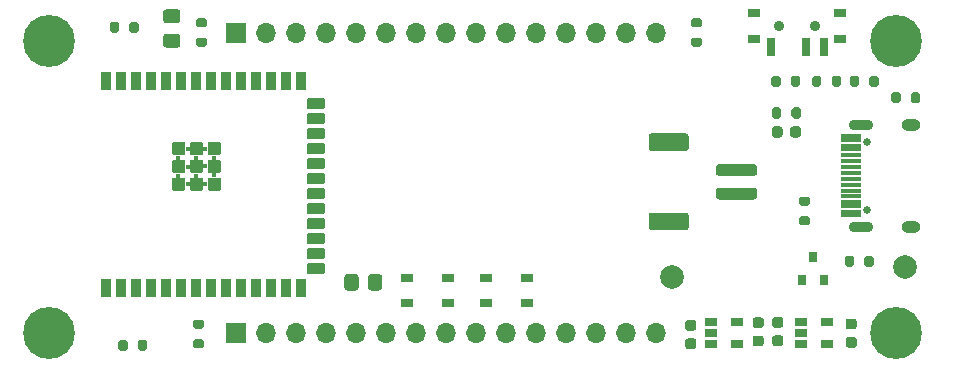
<source format=gbr>
%TF.GenerationSoftware,KiCad,Pcbnew,(5.1.12)-1*%
%TF.CreationDate,2022-11-12T21:15:41+01:00*%
%TF.ProjectId,NewmorphS3,4e65776d-6f72-4706-9853-332e6b696361,rev?*%
%TF.SameCoordinates,Original*%
%TF.FileFunction,Soldermask,Bot*%
%TF.FilePolarity,Negative*%
%FSLAX46Y46*%
G04 Gerber Fmt 4.6, Leading zero omitted, Abs format (unit mm)*
G04 Created by KiCad (PCBNEW (5.1.12)-1) date 2022-11-12 21:15:41*
%MOMM*%
%LPD*%
G01*
G04 APERTURE LIST*
%ADD10R,0.800000X0.900000*%
%ADD11O,1.600000X1.000000*%
%ADD12O,2.100000X0.900000*%
%ADD13C,0.650000*%
%ADD14R,1.750000X0.300000*%
%ADD15R,1.050000X0.650000*%
%ADD16C,0.900000*%
%ADD17R,0.700000X1.500000*%
%ADD18R,1.000000X0.800000*%
%ADD19R,1.060000X0.650000*%
%ADD20C,0.400000*%
%ADD21C,2.000000*%
%ADD22R,1.700000X1.700000*%
%ADD23O,1.700000X1.700000*%
%ADD24C,0.700000*%
%ADD25C,4.400000*%
G04 APERTURE END LIST*
%TO.C,C101*%
G36*
G01*
X117860000Y-90215000D02*
X118360000Y-90215000D01*
G75*
G02*
X118585000Y-90440000I0J-225000D01*
G01*
X118585000Y-90890000D01*
G75*
G02*
X118360000Y-91115000I-225000J0D01*
G01*
X117860000Y-91115000D01*
G75*
G02*
X117635000Y-90890000I0J225000D01*
G01*
X117635000Y-90440000D01*
G75*
G02*
X117860000Y-90215000I225000J0D01*
G01*
G37*
G36*
G01*
X117860000Y-91765000D02*
X118360000Y-91765000D01*
G75*
G02*
X118585000Y-91990000I0J-225000D01*
G01*
X118585000Y-92440000D01*
G75*
G02*
X118360000Y-92665000I-225000J0D01*
G01*
X117860000Y-92665000D01*
G75*
G02*
X117635000Y-92440000I0J225000D01*
G01*
X117635000Y-91990000D01*
G75*
G02*
X117860000Y-91765000I225000J0D01*
G01*
G37*
%TD*%
%TO.C,C102*%
G36*
G01*
X110486000Y-92551000D02*
X109986000Y-92551000D01*
G75*
G02*
X109761000Y-92326000I0J225000D01*
G01*
X109761000Y-91876000D01*
G75*
G02*
X109986000Y-91651000I225000J0D01*
G01*
X110486000Y-91651000D01*
G75*
G02*
X110711000Y-91876000I0J-225000D01*
G01*
X110711000Y-92326000D01*
G75*
G02*
X110486000Y-92551000I-225000J0D01*
G01*
G37*
G36*
G01*
X110486000Y-91001000D02*
X109986000Y-91001000D01*
G75*
G02*
X109761000Y-90776000I0J225000D01*
G01*
X109761000Y-90326000D01*
G75*
G02*
X109986000Y-90101000I225000J0D01*
G01*
X110486000Y-90101000D01*
G75*
G02*
X110711000Y-90326000I0J-225000D01*
G01*
X110711000Y-90776000D01*
G75*
G02*
X110486000Y-91001000I-225000J0D01*
G01*
G37*
%TD*%
%TO.C,C103*%
G36*
G01*
X104271000Y-91879000D02*
X104771000Y-91879000D01*
G75*
G02*
X104996000Y-92104000I0J-225000D01*
G01*
X104996000Y-92554000D01*
G75*
G02*
X104771000Y-92779000I-225000J0D01*
G01*
X104271000Y-92779000D01*
G75*
G02*
X104046000Y-92554000I0J225000D01*
G01*
X104046000Y-92104000D01*
G75*
G02*
X104271000Y-91879000I225000J0D01*
G01*
G37*
G36*
G01*
X104271000Y-90329000D02*
X104771000Y-90329000D01*
G75*
G02*
X104996000Y-90554000I0J-225000D01*
G01*
X104996000Y-91004000D01*
G75*
G02*
X104771000Y-91229000I-225000J0D01*
G01*
X104271000Y-91229000D01*
G75*
G02*
X104046000Y-91004000I0J225000D01*
G01*
X104046000Y-90554000D01*
G75*
G02*
X104271000Y-90329000I225000J0D01*
G01*
G37*
%TD*%
%TO.C,C104*%
G36*
G01*
X111637000Y-91625000D02*
X112137000Y-91625000D01*
G75*
G02*
X112362000Y-91850000I0J-225000D01*
G01*
X112362000Y-92300000D01*
G75*
G02*
X112137000Y-92525000I-225000J0D01*
G01*
X111637000Y-92525000D01*
G75*
G02*
X111412000Y-92300000I0J225000D01*
G01*
X111412000Y-91850000D01*
G75*
G02*
X111637000Y-91625000I225000J0D01*
G01*
G37*
G36*
G01*
X111637000Y-90075000D02*
X112137000Y-90075000D01*
G75*
G02*
X112362000Y-90300000I0J-225000D01*
G01*
X112362000Y-90750000D01*
G75*
G02*
X112137000Y-90975000I-225000J0D01*
G01*
X111637000Y-90975000D01*
G75*
G02*
X111412000Y-90750000I0J225000D01*
G01*
X111412000Y-90300000D01*
G75*
G02*
X111637000Y-90075000I225000J0D01*
G01*
G37*
%TD*%
%TO.C,C105*%
G36*
G01*
X60104000Y-64012500D02*
X61054000Y-64012500D01*
G75*
G02*
X61304000Y-64262500I0J-250000D01*
G01*
X61304000Y-64937500D01*
G75*
G02*
X61054000Y-65187500I-250000J0D01*
G01*
X60104000Y-65187500D01*
G75*
G02*
X59854000Y-64937500I0J250000D01*
G01*
X59854000Y-64262500D01*
G75*
G02*
X60104000Y-64012500I250000J0D01*
G01*
G37*
G36*
G01*
X60104000Y-66087500D02*
X61054000Y-66087500D01*
G75*
G02*
X61304000Y-66337500I0J-250000D01*
G01*
X61304000Y-67012500D01*
G75*
G02*
X61054000Y-67262500I-250000J0D01*
G01*
X60104000Y-67262500D01*
G75*
G02*
X59854000Y-67012500I0J250000D01*
G01*
X59854000Y-66337500D01*
G75*
G02*
X60104000Y-66087500I250000J0D01*
G01*
G37*
%TD*%
D10*
%TO.C,D101*%
X115850000Y-86950000D03*
X113950000Y-86950000D03*
X114900000Y-84950000D03*
%TD*%
D11*
%TO.C,J101*%
X123155000Y-73785000D03*
X123155000Y-82425000D03*
D12*
X118975000Y-73785000D03*
X118975000Y-82425000D03*
D13*
X119475000Y-75215000D03*
X119475000Y-80995000D03*
D14*
X118135000Y-78355000D03*
X118135000Y-78855000D03*
X118135000Y-79355000D03*
X118135000Y-79855000D03*
X118135000Y-77355000D03*
X118135000Y-76355000D03*
X118135000Y-76855000D03*
X118135000Y-77855000D03*
X118135000Y-74755000D03*
X118135000Y-75055000D03*
X118135000Y-75555000D03*
X118135000Y-75855000D03*
X118135000Y-80655000D03*
X118135000Y-80355000D03*
X118135000Y-81155000D03*
X118135000Y-81455000D03*
%TD*%
%TO.C,R101*%
G36*
G01*
X118350000Y-85069000D02*
X118350000Y-85619000D01*
G75*
G02*
X118150000Y-85819000I-200000J0D01*
G01*
X117750000Y-85819000D01*
G75*
G02*
X117550000Y-85619000I0J200000D01*
G01*
X117550000Y-85069000D01*
G75*
G02*
X117750000Y-84869000I200000J0D01*
G01*
X118150000Y-84869000D01*
G75*
G02*
X118350000Y-85069000I0J-200000D01*
G01*
G37*
G36*
G01*
X120000000Y-85069000D02*
X120000000Y-85619000D01*
G75*
G02*
X119800000Y-85819000I-200000J0D01*
G01*
X119400000Y-85819000D01*
G75*
G02*
X119200000Y-85619000I0J200000D01*
G01*
X119200000Y-85069000D01*
G75*
G02*
X119400000Y-84869000I200000J0D01*
G01*
X119800000Y-84869000D01*
G75*
G02*
X120000000Y-85069000I0J-200000D01*
G01*
G37*
%TD*%
%TO.C,R102*%
G36*
G01*
X123970000Y-71226000D02*
X123970000Y-71776000D01*
G75*
G02*
X123770000Y-71976000I-200000J0D01*
G01*
X123370000Y-71976000D01*
G75*
G02*
X123170000Y-71776000I0J200000D01*
G01*
X123170000Y-71226000D01*
G75*
G02*
X123370000Y-71026000I200000J0D01*
G01*
X123770000Y-71026000D01*
G75*
G02*
X123970000Y-71226000I0J-200000D01*
G01*
G37*
G36*
G01*
X122320000Y-71226000D02*
X122320000Y-71776000D01*
G75*
G02*
X122120000Y-71976000I-200000J0D01*
G01*
X121720000Y-71976000D01*
G75*
G02*
X121520000Y-71776000I0J200000D01*
G01*
X121520000Y-71226000D01*
G75*
G02*
X121720000Y-71026000I200000J0D01*
G01*
X122120000Y-71026000D01*
G75*
G02*
X122320000Y-71226000I0J-200000D01*
G01*
G37*
%TD*%
%TO.C,R103*%
G36*
G01*
X114448000Y-80664000D02*
X113898000Y-80664000D01*
G75*
G02*
X113698000Y-80464000I0J200000D01*
G01*
X113698000Y-80064000D01*
G75*
G02*
X113898000Y-79864000I200000J0D01*
G01*
X114448000Y-79864000D01*
G75*
G02*
X114648000Y-80064000I0J-200000D01*
G01*
X114648000Y-80464000D01*
G75*
G02*
X114448000Y-80664000I-200000J0D01*
G01*
G37*
G36*
G01*
X114448000Y-82314000D02*
X113898000Y-82314000D01*
G75*
G02*
X113698000Y-82114000I0J200000D01*
G01*
X113698000Y-81714000D01*
G75*
G02*
X113898000Y-81514000I200000J0D01*
G01*
X114448000Y-81514000D01*
G75*
G02*
X114648000Y-81714000I0J-200000D01*
G01*
X114648000Y-82114000D01*
G75*
G02*
X114448000Y-82314000I-200000J0D01*
G01*
G37*
%TD*%
%TO.C,R104*%
G36*
G01*
X105304000Y-67201000D02*
X104754000Y-67201000D01*
G75*
G02*
X104554000Y-67001000I0J200000D01*
G01*
X104554000Y-66601000D01*
G75*
G02*
X104754000Y-66401000I200000J0D01*
G01*
X105304000Y-66401000D01*
G75*
G02*
X105504000Y-66601000I0J-200000D01*
G01*
X105504000Y-67001000D01*
G75*
G02*
X105304000Y-67201000I-200000J0D01*
G01*
G37*
G36*
G01*
X105304000Y-65551000D02*
X104754000Y-65551000D01*
G75*
G02*
X104554000Y-65351000I0J200000D01*
G01*
X104554000Y-64951000D01*
G75*
G02*
X104754000Y-64751000I200000J0D01*
G01*
X105304000Y-64751000D01*
G75*
G02*
X105504000Y-64951000I0J-200000D01*
G01*
X105504000Y-65351000D01*
G75*
G02*
X105304000Y-65551000I-200000J0D01*
G01*
G37*
%TD*%
%TO.C,R105*%
G36*
G01*
X75200000Y-87572001D02*
X75200000Y-86671999D01*
G75*
G02*
X75449999Y-86422000I249999J0D01*
G01*
X76150001Y-86422000D01*
G75*
G02*
X76400000Y-86671999I0J-249999D01*
G01*
X76400000Y-87572001D01*
G75*
G02*
X76150001Y-87822000I-249999J0D01*
G01*
X75449999Y-87822000D01*
G75*
G02*
X75200000Y-87572001I0J249999D01*
G01*
G37*
G36*
G01*
X77200000Y-87572001D02*
X77200000Y-86671999D01*
G75*
G02*
X77449999Y-86422000I249999J0D01*
G01*
X78150001Y-86422000D01*
G75*
G02*
X78400000Y-86671999I0J-249999D01*
G01*
X78400000Y-87572001D01*
G75*
G02*
X78150001Y-87822000I-249999J0D01*
G01*
X77449999Y-87822000D01*
G75*
G02*
X77200000Y-87572001I0J249999D01*
G01*
G37*
%TD*%
%TO.C,R108*%
G36*
G01*
X55353000Y-65807000D02*
X55353000Y-65257000D01*
G75*
G02*
X55553000Y-65057000I200000J0D01*
G01*
X55953000Y-65057000D01*
G75*
G02*
X56153000Y-65257000I0J-200000D01*
G01*
X56153000Y-65807000D01*
G75*
G02*
X55953000Y-66007000I-200000J0D01*
G01*
X55553000Y-66007000D01*
G75*
G02*
X55353000Y-65807000I0J200000D01*
G01*
G37*
G36*
G01*
X57003000Y-65807000D02*
X57003000Y-65257000D01*
G75*
G02*
X57203000Y-65057000I200000J0D01*
G01*
X57603000Y-65057000D01*
G75*
G02*
X57803000Y-65257000I0J-200000D01*
G01*
X57803000Y-65807000D01*
G75*
G02*
X57603000Y-66007000I-200000J0D01*
G01*
X57203000Y-66007000D01*
G75*
G02*
X57003000Y-65807000I0J200000D01*
G01*
G37*
%TD*%
%TO.C,R109*%
G36*
G01*
X63394000Y-65551000D02*
X62844000Y-65551000D01*
G75*
G02*
X62644000Y-65351000I0J200000D01*
G01*
X62644000Y-64951000D01*
G75*
G02*
X62844000Y-64751000I200000J0D01*
G01*
X63394000Y-64751000D01*
G75*
G02*
X63594000Y-64951000I0J-200000D01*
G01*
X63594000Y-65351000D01*
G75*
G02*
X63394000Y-65551000I-200000J0D01*
G01*
G37*
G36*
G01*
X63394000Y-67201000D02*
X62844000Y-67201000D01*
G75*
G02*
X62644000Y-67001000I0J200000D01*
G01*
X62644000Y-66601000D01*
G75*
G02*
X62844000Y-66401000I200000J0D01*
G01*
X63394000Y-66401000D01*
G75*
G02*
X63594000Y-66601000I0J-200000D01*
G01*
X63594000Y-67001000D01*
G75*
G02*
X63394000Y-67201000I-200000J0D01*
G01*
G37*
%TD*%
%TO.C,R110*%
G36*
G01*
X57702000Y-92731000D02*
X57702000Y-92181000D01*
G75*
G02*
X57902000Y-91981000I200000J0D01*
G01*
X58302000Y-91981000D01*
G75*
G02*
X58502000Y-92181000I0J-200000D01*
G01*
X58502000Y-92731000D01*
G75*
G02*
X58302000Y-92931000I-200000J0D01*
G01*
X57902000Y-92931000D01*
G75*
G02*
X57702000Y-92731000I0J200000D01*
G01*
G37*
G36*
G01*
X56052000Y-92731000D02*
X56052000Y-92181000D01*
G75*
G02*
X56252000Y-91981000I200000J0D01*
G01*
X56652000Y-91981000D01*
G75*
G02*
X56852000Y-92181000I0J-200000D01*
G01*
X56852000Y-92731000D01*
G75*
G02*
X56652000Y-92931000I-200000J0D01*
G01*
X56252000Y-92931000D01*
G75*
G02*
X56052000Y-92731000I0J200000D01*
G01*
G37*
%TD*%
%TO.C,R111*%
G36*
G01*
X62590000Y-91929000D02*
X63140000Y-91929000D01*
G75*
G02*
X63340000Y-92129000I0J-200000D01*
G01*
X63340000Y-92529000D01*
G75*
G02*
X63140000Y-92729000I-200000J0D01*
G01*
X62590000Y-92729000D01*
G75*
G02*
X62390000Y-92529000I0J200000D01*
G01*
X62390000Y-92129000D01*
G75*
G02*
X62590000Y-91929000I200000J0D01*
G01*
G37*
G36*
G01*
X62590000Y-90279000D02*
X63140000Y-90279000D01*
G75*
G02*
X63340000Y-90479000I0J-200000D01*
G01*
X63340000Y-90879000D01*
G75*
G02*
X63140000Y-91079000I-200000J0D01*
G01*
X62590000Y-91079000D01*
G75*
G02*
X62390000Y-90879000I0J200000D01*
G01*
X62390000Y-90479000D01*
G75*
G02*
X62590000Y-90279000I200000J0D01*
G01*
G37*
%TD*%
%TO.C,R112*%
G36*
G01*
X111400000Y-73075000D02*
X111400000Y-72525000D01*
G75*
G02*
X111600000Y-72325000I200000J0D01*
G01*
X112000000Y-72325000D01*
G75*
G02*
X112200000Y-72525000I0J-200000D01*
G01*
X112200000Y-73075000D01*
G75*
G02*
X112000000Y-73275000I-200000J0D01*
G01*
X111600000Y-73275000D01*
G75*
G02*
X111400000Y-73075000I0J200000D01*
G01*
G37*
G36*
G01*
X113050000Y-73075000D02*
X113050000Y-72525000D01*
G75*
G02*
X113250000Y-72325000I200000J0D01*
G01*
X113650000Y-72325000D01*
G75*
G02*
X113850000Y-72525000I0J-200000D01*
G01*
X113850000Y-73075000D01*
G75*
G02*
X113650000Y-73275000I-200000J0D01*
G01*
X113250000Y-73275000D01*
G75*
G02*
X113050000Y-73075000I0J200000D01*
G01*
G37*
%TD*%
%TO.C,R113*%
G36*
G01*
X111329000Y-70376000D02*
X111329000Y-69826000D01*
G75*
G02*
X111529000Y-69626000I200000J0D01*
G01*
X111929000Y-69626000D01*
G75*
G02*
X112129000Y-69826000I0J-200000D01*
G01*
X112129000Y-70376000D01*
G75*
G02*
X111929000Y-70576000I-200000J0D01*
G01*
X111529000Y-70576000D01*
G75*
G02*
X111329000Y-70376000I0J200000D01*
G01*
G37*
G36*
G01*
X112979000Y-70376000D02*
X112979000Y-69826000D01*
G75*
G02*
X113179000Y-69626000I200000J0D01*
G01*
X113579000Y-69626000D01*
G75*
G02*
X113779000Y-69826000I0J-200000D01*
G01*
X113779000Y-70376000D01*
G75*
G02*
X113579000Y-70576000I-200000J0D01*
G01*
X113179000Y-70576000D01*
G75*
G02*
X112979000Y-70376000I0J200000D01*
G01*
G37*
%TD*%
D15*
%TO.C,SW101*%
X83975000Y-86790000D03*
X80510000Y-86790000D03*
X83975000Y-88890000D03*
X80510000Y-88890000D03*
%TD*%
%TO.C,SW102*%
X87200000Y-88890000D03*
X90665000Y-88890000D03*
X87200000Y-86790000D03*
X90665000Y-86790000D03*
%TD*%
D16*
%TO.C,SW105*%
X112038000Y-65456000D03*
X115038000Y-65456000D03*
D17*
X111288000Y-67216000D03*
X114288000Y-67216000D03*
X115788000Y-67216000D03*
D18*
X109888000Y-64356000D03*
X117188000Y-64356000D03*
X117188000Y-66566000D03*
X109888000Y-66566000D03*
%TD*%
D19*
%TO.C,U101*%
X113835000Y-92390000D03*
X113835000Y-91440000D03*
X113835000Y-90490000D03*
X116035000Y-90490000D03*
X116035000Y-92390000D03*
%TD*%
%TO.C,U102*%
X108415000Y-92390000D03*
X108415000Y-90490000D03*
X106215000Y-90490000D03*
X106215000Y-91440000D03*
X106215000Y-92390000D03*
%TD*%
%TO.C,U103*%
G36*
G01*
X64643100Y-76360000D02*
X63716900Y-76360000D01*
G75*
G02*
X63630000Y-76273100I0J86900D01*
G01*
X63630000Y-75346900D01*
G75*
G02*
X63716900Y-75260000I86900J0D01*
G01*
X64643100Y-75260000D01*
G75*
G02*
X64730000Y-75346900I0J-86900D01*
G01*
X64730000Y-76273100D01*
G75*
G02*
X64643100Y-76360000I-86900J0D01*
G01*
G37*
G36*
G01*
X63143100Y-79360000D02*
X62216900Y-79360000D01*
G75*
G02*
X62130000Y-79273100I0J86900D01*
G01*
X62130000Y-78346900D01*
G75*
G02*
X62216900Y-78260000I86900J0D01*
G01*
X63143100Y-78260000D01*
G75*
G02*
X63230000Y-78346900I0J-86900D01*
G01*
X63230000Y-79273100D01*
G75*
G02*
X63143100Y-79360000I-86900J0D01*
G01*
G37*
G36*
G01*
X63143100Y-77860000D02*
X62216900Y-77860000D01*
G75*
G02*
X62130000Y-77773100I0J86900D01*
G01*
X62130000Y-76846900D01*
G75*
G02*
X62216900Y-76760000I86900J0D01*
G01*
X63143100Y-76760000D01*
G75*
G02*
X63230000Y-76846900I0J-86900D01*
G01*
X63230000Y-77773100D01*
G75*
G02*
X63143100Y-77860000I-86900J0D01*
G01*
G37*
D20*
X62599000Y-78086000D03*
X64123000Y-76562000D03*
G36*
G01*
X64643100Y-79360000D02*
X63716900Y-79360000D01*
G75*
G02*
X63630000Y-79273100I0J86900D01*
G01*
X63630000Y-78346900D01*
G75*
G02*
X63716900Y-78260000I86900J0D01*
G01*
X64643100Y-78260000D01*
G75*
G02*
X64730000Y-78346900I0J-86900D01*
G01*
X64730000Y-79273100D01*
G75*
G02*
X64643100Y-79360000I-86900J0D01*
G01*
G37*
G36*
G01*
X61643100Y-79360000D02*
X60716900Y-79360000D01*
G75*
G02*
X60630000Y-79273100I0J86900D01*
G01*
X60630000Y-78346900D01*
G75*
G02*
X60716900Y-78260000I86900J0D01*
G01*
X61643100Y-78260000D01*
G75*
G02*
X61730000Y-78346900I0J-86900D01*
G01*
X61730000Y-79273100D01*
G75*
G02*
X61643100Y-79360000I-86900J0D01*
G01*
G37*
G36*
G01*
X61643100Y-77860000D02*
X60716900Y-77860000D01*
G75*
G02*
X60630000Y-77773100I0J86900D01*
G01*
X60630000Y-76846900D01*
G75*
G02*
X60716900Y-76760000I86900J0D01*
G01*
X61643100Y-76760000D01*
G75*
G02*
X61730000Y-76846900I0J-86900D01*
G01*
X61730000Y-77773100D01*
G75*
G02*
X61643100Y-77860000I-86900J0D01*
G01*
G37*
X63411800Y-77273200D03*
X64123000Y-78035200D03*
X61125800Y-76562000D03*
X62649800Y-76562000D03*
G36*
G01*
X63143100Y-76360000D02*
X62216900Y-76360000D01*
G75*
G02*
X62130000Y-76273100I0J86900D01*
G01*
X62130000Y-75346900D01*
G75*
G02*
X62216900Y-75260000I86900J0D01*
G01*
X63143100Y-75260000D01*
G75*
G02*
X63230000Y-75346900I0J-86900D01*
G01*
X63230000Y-76273100D01*
G75*
G02*
X63143100Y-76360000I-86900J0D01*
G01*
G37*
G36*
G01*
X61643100Y-76360000D02*
X60716900Y-76360000D01*
G75*
G02*
X60630000Y-76273100I0J86900D01*
G01*
X60630000Y-75346900D01*
G75*
G02*
X60716900Y-75260000I86900J0D01*
G01*
X61643100Y-75260000D01*
G75*
G02*
X61730000Y-75346900I0J-86900D01*
G01*
X61730000Y-76273100D01*
G75*
G02*
X61643100Y-76360000I-86900J0D01*
G01*
G37*
X63411800Y-75800000D03*
X61125800Y-78086000D03*
X61938600Y-75800000D03*
X61938600Y-77324000D03*
X61938600Y-78797200D03*
X63411800Y-78797200D03*
G36*
G01*
X64643100Y-77860000D02*
X63716900Y-77860000D01*
G75*
G02*
X63630000Y-77773100I0J86900D01*
G01*
X63630000Y-76846900D01*
G75*
G02*
X63716900Y-76760000I86900J0D01*
G01*
X64643100Y-76760000D01*
G75*
G02*
X64730000Y-76846900I0J-86900D01*
G01*
X64730000Y-77773100D01*
G75*
G02*
X64643100Y-77860000I-86900J0D01*
G01*
G37*
G36*
G01*
X54646100Y-69350000D02*
X55403900Y-69350000D01*
G75*
G02*
X55475000Y-69421100I0J-71100D01*
G01*
X55475000Y-70778900D01*
G75*
G02*
X55403900Y-70850000I-71100J0D01*
G01*
X54646100Y-70850000D01*
G75*
G02*
X54575000Y-70778900I0J71100D01*
G01*
X54575000Y-69421100D01*
G75*
G02*
X54646100Y-69350000I71100J0D01*
G01*
G37*
G36*
G01*
X55916100Y-69350000D02*
X56673900Y-69350000D01*
G75*
G02*
X56745000Y-69421100I0J-71100D01*
G01*
X56745000Y-70778900D01*
G75*
G02*
X56673900Y-70850000I-71100J0D01*
G01*
X55916100Y-70850000D01*
G75*
G02*
X55845000Y-70778900I0J71100D01*
G01*
X55845000Y-69421100D01*
G75*
G02*
X55916100Y-69350000I71100J0D01*
G01*
G37*
G36*
G01*
X57186100Y-69350000D02*
X57943900Y-69350000D01*
G75*
G02*
X58015000Y-69421100I0J-71100D01*
G01*
X58015000Y-70778900D01*
G75*
G02*
X57943900Y-70850000I-71100J0D01*
G01*
X57186100Y-70850000D01*
G75*
G02*
X57115000Y-70778900I0J71100D01*
G01*
X57115000Y-69421100D01*
G75*
G02*
X57186100Y-69350000I71100J0D01*
G01*
G37*
G36*
G01*
X58456100Y-69350000D02*
X59213900Y-69350000D01*
G75*
G02*
X59285000Y-69421100I0J-71100D01*
G01*
X59285000Y-70778900D01*
G75*
G02*
X59213900Y-70850000I-71100J0D01*
G01*
X58456100Y-70850000D01*
G75*
G02*
X58385000Y-70778900I0J71100D01*
G01*
X58385000Y-69421100D01*
G75*
G02*
X58456100Y-69350000I71100J0D01*
G01*
G37*
G36*
G01*
X59726100Y-69350000D02*
X60483900Y-69350000D01*
G75*
G02*
X60555000Y-69421100I0J-71100D01*
G01*
X60555000Y-70778900D01*
G75*
G02*
X60483900Y-70850000I-71100J0D01*
G01*
X59726100Y-70850000D01*
G75*
G02*
X59655000Y-70778900I0J71100D01*
G01*
X59655000Y-69421100D01*
G75*
G02*
X59726100Y-69350000I71100J0D01*
G01*
G37*
G36*
G01*
X60996100Y-69350000D02*
X61753900Y-69350000D01*
G75*
G02*
X61825000Y-69421100I0J-71100D01*
G01*
X61825000Y-70778900D01*
G75*
G02*
X61753900Y-70850000I-71100J0D01*
G01*
X60996100Y-70850000D01*
G75*
G02*
X60925000Y-70778900I0J71100D01*
G01*
X60925000Y-69421100D01*
G75*
G02*
X60996100Y-69350000I71100J0D01*
G01*
G37*
G36*
G01*
X62266100Y-69350000D02*
X63023900Y-69350000D01*
G75*
G02*
X63095000Y-69421100I0J-71100D01*
G01*
X63095000Y-70778900D01*
G75*
G02*
X63023900Y-70850000I-71100J0D01*
G01*
X62266100Y-70850000D01*
G75*
G02*
X62195000Y-70778900I0J71100D01*
G01*
X62195000Y-69421100D01*
G75*
G02*
X62266100Y-69350000I71100J0D01*
G01*
G37*
G36*
G01*
X63536100Y-69350000D02*
X64293900Y-69350000D01*
G75*
G02*
X64365000Y-69421100I0J-71100D01*
G01*
X64365000Y-70778900D01*
G75*
G02*
X64293900Y-70850000I-71100J0D01*
G01*
X63536100Y-70850000D01*
G75*
G02*
X63465000Y-70778900I0J71100D01*
G01*
X63465000Y-69421100D01*
G75*
G02*
X63536100Y-69350000I71100J0D01*
G01*
G37*
G36*
G01*
X64806100Y-69350000D02*
X65563900Y-69350000D01*
G75*
G02*
X65635000Y-69421100I0J-71100D01*
G01*
X65635000Y-70778900D01*
G75*
G02*
X65563900Y-70850000I-71100J0D01*
G01*
X64806100Y-70850000D01*
G75*
G02*
X64735000Y-70778900I0J71100D01*
G01*
X64735000Y-69421100D01*
G75*
G02*
X64806100Y-69350000I71100J0D01*
G01*
G37*
G36*
G01*
X66076100Y-69350000D02*
X66833900Y-69350000D01*
G75*
G02*
X66905000Y-69421100I0J-71100D01*
G01*
X66905000Y-70778900D01*
G75*
G02*
X66833900Y-70850000I-71100J0D01*
G01*
X66076100Y-70850000D01*
G75*
G02*
X66005000Y-70778900I0J71100D01*
G01*
X66005000Y-69421100D01*
G75*
G02*
X66076100Y-69350000I71100J0D01*
G01*
G37*
G36*
G01*
X67346100Y-69350000D02*
X68103900Y-69350000D01*
G75*
G02*
X68175000Y-69421100I0J-71100D01*
G01*
X68175000Y-70778900D01*
G75*
G02*
X68103900Y-70850000I-71100J0D01*
G01*
X67346100Y-70850000D01*
G75*
G02*
X67275000Y-70778900I0J71100D01*
G01*
X67275000Y-69421100D01*
G75*
G02*
X67346100Y-69350000I71100J0D01*
G01*
G37*
G36*
G01*
X68616100Y-69350000D02*
X69373900Y-69350000D01*
G75*
G02*
X69445000Y-69421100I0J-71100D01*
G01*
X69445000Y-70778900D01*
G75*
G02*
X69373900Y-70850000I-71100J0D01*
G01*
X68616100Y-70850000D01*
G75*
G02*
X68545000Y-70778900I0J71100D01*
G01*
X68545000Y-69421100D01*
G75*
G02*
X68616100Y-69350000I71100J0D01*
G01*
G37*
G36*
G01*
X69886100Y-69350000D02*
X70643900Y-69350000D01*
G75*
G02*
X70715000Y-69421100I0J-71100D01*
G01*
X70715000Y-70778900D01*
G75*
G02*
X70643900Y-70850000I-71100J0D01*
G01*
X69886100Y-70850000D01*
G75*
G02*
X69815000Y-70778900I0J71100D01*
G01*
X69815000Y-69421100D01*
G75*
G02*
X69886100Y-69350000I71100J0D01*
G01*
G37*
G36*
G01*
X71156100Y-69350000D02*
X71913900Y-69350000D01*
G75*
G02*
X71985000Y-69421100I0J-71100D01*
G01*
X71985000Y-70778900D01*
G75*
G02*
X71913900Y-70850000I-71100J0D01*
G01*
X71156100Y-70850000D01*
G75*
G02*
X71085000Y-70778900I0J71100D01*
G01*
X71085000Y-69421100D01*
G75*
G02*
X71156100Y-69350000I71100J0D01*
G01*
G37*
G36*
G01*
X54646100Y-86850000D02*
X55403900Y-86850000D01*
G75*
G02*
X55475000Y-86921100I0J-71100D01*
G01*
X55475000Y-88278900D01*
G75*
G02*
X55403900Y-88350000I-71100J0D01*
G01*
X54646100Y-88350000D01*
G75*
G02*
X54575000Y-88278900I0J71100D01*
G01*
X54575000Y-86921100D01*
G75*
G02*
X54646100Y-86850000I71100J0D01*
G01*
G37*
G36*
G01*
X55916100Y-86850000D02*
X56673900Y-86850000D01*
G75*
G02*
X56745000Y-86921100I0J-71100D01*
G01*
X56745000Y-88278900D01*
G75*
G02*
X56673900Y-88350000I-71100J0D01*
G01*
X55916100Y-88350000D01*
G75*
G02*
X55845000Y-88278900I0J71100D01*
G01*
X55845000Y-86921100D01*
G75*
G02*
X55916100Y-86850000I71100J0D01*
G01*
G37*
G36*
G01*
X57186100Y-86850000D02*
X57943900Y-86850000D01*
G75*
G02*
X58015000Y-86921100I0J-71100D01*
G01*
X58015000Y-88278900D01*
G75*
G02*
X57943900Y-88350000I-71100J0D01*
G01*
X57186100Y-88350000D01*
G75*
G02*
X57115000Y-88278900I0J71100D01*
G01*
X57115000Y-86921100D01*
G75*
G02*
X57186100Y-86850000I71100J0D01*
G01*
G37*
G36*
G01*
X58456100Y-86850000D02*
X59213900Y-86850000D01*
G75*
G02*
X59285000Y-86921100I0J-71100D01*
G01*
X59285000Y-88278900D01*
G75*
G02*
X59213900Y-88350000I-71100J0D01*
G01*
X58456100Y-88350000D01*
G75*
G02*
X58385000Y-88278900I0J71100D01*
G01*
X58385000Y-86921100D01*
G75*
G02*
X58456100Y-86850000I71100J0D01*
G01*
G37*
G36*
G01*
X68616100Y-86850000D02*
X69373900Y-86850000D01*
G75*
G02*
X69445000Y-86921100I0J-71100D01*
G01*
X69445000Y-88278900D01*
G75*
G02*
X69373900Y-88350000I-71100J0D01*
G01*
X68616100Y-88350000D01*
G75*
G02*
X68545000Y-88278900I0J71100D01*
G01*
X68545000Y-86921100D01*
G75*
G02*
X68616100Y-86850000I71100J0D01*
G01*
G37*
G36*
G01*
X60996100Y-86850000D02*
X61753900Y-86850000D01*
G75*
G02*
X61825000Y-86921100I0J-71100D01*
G01*
X61825000Y-88278900D01*
G75*
G02*
X61753900Y-88350000I-71100J0D01*
G01*
X60996100Y-88350000D01*
G75*
G02*
X60925000Y-88278900I0J71100D01*
G01*
X60925000Y-86921100D01*
G75*
G02*
X60996100Y-86850000I71100J0D01*
G01*
G37*
G36*
G01*
X67346100Y-86850000D02*
X68103900Y-86850000D01*
G75*
G02*
X68175000Y-86921100I0J-71100D01*
G01*
X68175000Y-88278900D01*
G75*
G02*
X68103900Y-88350000I-71100J0D01*
G01*
X67346100Y-88350000D01*
G75*
G02*
X67275000Y-88278900I0J71100D01*
G01*
X67275000Y-86921100D01*
G75*
G02*
X67346100Y-86850000I71100J0D01*
G01*
G37*
G36*
G01*
X71156100Y-86850000D02*
X71913900Y-86850000D01*
G75*
G02*
X71985000Y-86921100I0J-71100D01*
G01*
X71985000Y-88278900D01*
G75*
G02*
X71913900Y-88350000I-71100J0D01*
G01*
X71156100Y-88350000D01*
G75*
G02*
X71085000Y-88278900I0J71100D01*
G01*
X71085000Y-86921100D01*
G75*
G02*
X71156100Y-86850000I71100J0D01*
G01*
G37*
G36*
G01*
X69886100Y-86850000D02*
X70643900Y-86850000D01*
G75*
G02*
X70715000Y-86921100I0J-71100D01*
G01*
X70715000Y-88278900D01*
G75*
G02*
X70643900Y-88350000I-71100J0D01*
G01*
X69886100Y-88350000D01*
G75*
G02*
X69815000Y-88278900I0J71100D01*
G01*
X69815000Y-86921100D01*
G75*
G02*
X69886100Y-86850000I71100J0D01*
G01*
G37*
G36*
G01*
X62266100Y-86850000D02*
X63023900Y-86850000D01*
G75*
G02*
X63095000Y-86921100I0J-71100D01*
G01*
X63095000Y-88278900D01*
G75*
G02*
X63023900Y-88350000I-71100J0D01*
G01*
X62266100Y-88350000D01*
G75*
G02*
X62195000Y-88278900I0J71100D01*
G01*
X62195000Y-86921100D01*
G75*
G02*
X62266100Y-86850000I71100J0D01*
G01*
G37*
G36*
G01*
X59726100Y-86850000D02*
X60483900Y-86850000D01*
G75*
G02*
X60555000Y-86921100I0J-71100D01*
G01*
X60555000Y-88278900D01*
G75*
G02*
X60483900Y-88350000I-71100J0D01*
G01*
X59726100Y-88350000D01*
G75*
G02*
X59655000Y-88278900I0J71100D01*
G01*
X59655000Y-86921100D01*
G75*
G02*
X59726100Y-86850000I71100J0D01*
G01*
G37*
G36*
G01*
X66076100Y-86850000D02*
X66833900Y-86850000D01*
G75*
G02*
X66905000Y-86921100I0J-71100D01*
G01*
X66905000Y-88278900D01*
G75*
G02*
X66833900Y-88350000I-71100J0D01*
G01*
X66076100Y-88350000D01*
G75*
G02*
X66005000Y-88278900I0J71100D01*
G01*
X66005000Y-86921100D01*
G75*
G02*
X66076100Y-86850000I71100J0D01*
G01*
G37*
G36*
G01*
X64806100Y-86850000D02*
X65563900Y-86850000D01*
G75*
G02*
X65635000Y-86921100I0J-71100D01*
G01*
X65635000Y-88278900D01*
G75*
G02*
X65563900Y-88350000I-71100J0D01*
G01*
X64806100Y-88350000D01*
G75*
G02*
X64735000Y-88278900I0J71100D01*
G01*
X64735000Y-86921100D01*
G75*
G02*
X64806100Y-86850000I71100J0D01*
G01*
G37*
G36*
G01*
X63536100Y-86850000D02*
X64293900Y-86850000D01*
G75*
G02*
X64365000Y-86921100I0J-71100D01*
G01*
X64365000Y-88278900D01*
G75*
G02*
X64293900Y-88350000I-71100J0D01*
G01*
X63536100Y-88350000D01*
G75*
G02*
X63465000Y-88278900I0J71100D01*
G01*
X63465000Y-86921100D01*
G75*
G02*
X63536100Y-86850000I71100J0D01*
G01*
G37*
G36*
G01*
X73525000Y-71621100D02*
X73525000Y-72378900D01*
G75*
G02*
X73453900Y-72450000I-71100J0D01*
G01*
X72096100Y-72450000D01*
G75*
G02*
X72025000Y-72378900I0J71100D01*
G01*
X72025000Y-71621100D01*
G75*
G02*
X72096100Y-71550000I71100J0D01*
G01*
X73453900Y-71550000D01*
G75*
G02*
X73525000Y-71621100I0J-71100D01*
G01*
G37*
G36*
G01*
X73525000Y-72891100D02*
X73525000Y-73648900D01*
G75*
G02*
X73453900Y-73720000I-71100J0D01*
G01*
X72096100Y-73720000D01*
G75*
G02*
X72025000Y-73648900I0J71100D01*
G01*
X72025000Y-72891100D01*
G75*
G02*
X72096100Y-72820000I71100J0D01*
G01*
X73453900Y-72820000D01*
G75*
G02*
X73525000Y-72891100I0J-71100D01*
G01*
G37*
G36*
G01*
X73525000Y-74161100D02*
X73525000Y-74918900D01*
G75*
G02*
X73453900Y-74990000I-71100J0D01*
G01*
X72096100Y-74990000D01*
G75*
G02*
X72025000Y-74918900I0J71100D01*
G01*
X72025000Y-74161100D01*
G75*
G02*
X72096100Y-74090000I71100J0D01*
G01*
X73453900Y-74090000D01*
G75*
G02*
X73525000Y-74161100I0J-71100D01*
G01*
G37*
G36*
G01*
X73525000Y-75431100D02*
X73525000Y-76188900D01*
G75*
G02*
X73453900Y-76260000I-71100J0D01*
G01*
X72096100Y-76260000D01*
G75*
G02*
X72025000Y-76188900I0J71100D01*
G01*
X72025000Y-75431100D01*
G75*
G02*
X72096100Y-75360000I71100J0D01*
G01*
X73453900Y-75360000D01*
G75*
G02*
X73525000Y-75431100I0J-71100D01*
G01*
G37*
G36*
G01*
X73525000Y-76701100D02*
X73525000Y-77458900D01*
G75*
G02*
X73453900Y-77530000I-71100J0D01*
G01*
X72096100Y-77530000D01*
G75*
G02*
X72025000Y-77458900I0J71100D01*
G01*
X72025000Y-76701100D01*
G75*
G02*
X72096100Y-76630000I71100J0D01*
G01*
X73453900Y-76630000D01*
G75*
G02*
X73525000Y-76701100I0J-71100D01*
G01*
G37*
G36*
G01*
X73525000Y-77971100D02*
X73525000Y-78728900D01*
G75*
G02*
X73453900Y-78800000I-71100J0D01*
G01*
X72096100Y-78800000D01*
G75*
G02*
X72025000Y-78728900I0J71100D01*
G01*
X72025000Y-77971100D01*
G75*
G02*
X72096100Y-77900000I71100J0D01*
G01*
X73453900Y-77900000D01*
G75*
G02*
X73525000Y-77971100I0J-71100D01*
G01*
G37*
G36*
G01*
X73525000Y-79241100D02*
X73525000Y-79998900D01*
G75*
G02*
X73453900Y-80070000I-71100J0D01*
G01*
X72096100Y-80070000D01*
G75*
G02*
X72025000Y-79998900I0J71100D01*
G01*
X72025000Y-79241100D01*
G75*
G02*
X72096100Y-79170000I71100J0D01*
G01*
X73453900Y-79170000D01*
G75*
G02*
X73525000Y-79241100I0J-71100D01*
G01*
G37*
G36*
G01*
X73525000Y-80511100D02*
X73525000Y-81268900D01*
G75*
G02*
X73453900Y-81340000I-71100J0D01*
G01*
X72096100Y-81340000D01*
G75*
G02*
X72025000Y-81268900I0J71100D01*
G01*
X72025000Y-80511100D01*
G75*
G02*
X72096100Y-80440000I71100J0D01*
G01*
X73453900Y-80440000D01*
G75*
G02*
X73525000Y-80511100I0J-71100D01*
G01*
G37*
G36*
G01*
X73525000Y-81781100D02*
X73525000Y-82538900D01*
G75*
G02*
X73453900Y-82610000I-71100J0D01*
G01*
X72096100Y-82610000D01*
G75*
G02*
X72025000Y-82538900I0J71100D01*
G01*
X72025000Y-81781100D01*
G75*
G02*
X72096100Y-81710000I71100J0D01*
G01*
X73453900Y-81710000D01*
G75*
G02*
X73525000Y-81781100I0J-71100D01*
G01*
G37*
G36*
G01*
X73525000Y-83051100D02*
X73525000Y-83808900D01*
G75*
G02*
X73453900Y-83880000I-71100J0D01*
G01*
X72096100Y-83880000D01*
G75*
G02*
X72025000Y-83808900I0J71100D01*
G01*
X72025000Y-83051100D01*
G75*
G02*
X72096100Y-82980000I71100J0D01*
G01*
X73453900Y-82980000D01*
G75*
G02*
X73525000Y-83051100I0J-71100D01*
G01*
G37*
G36*
G01*
X73525000Y-84321100D02*
X73525000Y-85078900D01*
G75*
G02*
X73453900Y-85150000I-71100J0D01*
G01*
X72096100Y-85150000D01*
G75*
G02*
X72025000Y-85078900I0J71100D01*
G01*
X72025000Y-84321100D01*
G75*
G02*
X72096100Y-84250000I71100J0D01*
G01*
X73453900Y-84250000D01*
G75*
G02*
X73525000Y-84321100I0J-71100D01*
G01*
G37*
G36*
G01*
X73525000Y-85591100D02*
X73525000Y-86348900D01*
G75*
G02*
X73453900Y-86420000I-71100J0D01*
G01*
X72096100Y-86420000D01*
G75*
G02*
X72025000Y-86348900I0J71100D01*
G01*
X72025000Y-85591100D01*
G75*
G02*
X72096100Y-85520000I71100J0D01*
G01*
X73453900Y-85520000D01*
G75*
G02*
X73525000Y-85591100I0J-71100D01*
G01*
G37*
%TD*%
D21*
%TO.C,U105*%
X102920000Y-86680000D03*
X122670000Y-85855000D03*
%TD*%
D22*
%TO.C,J103*%
X66040000Y-66040000D03*
D23*
X68580000Y-66040000D03*
X71120000Y-66040000D03*
X73660000Y-66040000D03*
X76200000Y-66040000D03*
X78740000Y-66040000D03*
X81280000Y-66040000D03*
X83820000Y-66040000D03*
X86360000Y-66040000D03*
X88900000Y-66040000D03*
X91440000Y-66040000D03*
X93980000Y-66040000D03*
X96520000Y-66040000D03*
X99060000Y-66040000D03*
X101600000Y-66040000D03*
%TD*%
%TO.C,J104*%
X101600000Y-91440000D03*
X99060000Y-91440000D03*
X96520000Y-91440000D03*
X93980000Y-91440000D03*
X91440000Y-91440000D03*
X88900000Y-91440000D03*
X86360000Y-91440000D03*
X83820000Y-91440000D03*
X81280000Y-91440000D03*
X78740000Y-91440000D03*
X76200000Y-91440000D03*
X73660000Y-91440000D03*
X71120000Y-91440000D03*
X68580000Y-91440000D03*
D22*
X66040000Y-91440000D03*
%TD*%
%TO.C,C106*%
G36*
G01*
X111400000Y-74650000D02*
X111400000Y-74150000D01*
G75*
G02*
X111625000Y-73925000I225000J0D01*
G01*
X112075000Y-73925000D01*
G75*
G02*
X112300000Y-74150000I0J-225000D01*
G01*
X112300000Y-74650000D01*
G75*
G02*
X112075000Y-74875000I-225000J0D01*
G01*
X111625000Y-74875000D01*
G75*
G02*
X111400000Y-74650000I0J225000D01*
G01*
G37*
G36*
G01*
X112950000Y-74650000D02*
X112950000Y-74150000D01*
G75*
G02*
X113175000Y-73925000I225000J0D01*
G01*
X113625000Y-73925000D01*
G75*
G02*
X113850000Y-74150000I0J-225000D01*
G01*
X113850000Y-74650000D01*
G75*
G02*
X113625000Y-74875000I-225000J0D01*
G01*
X113175000Y-74875000D01*
G75*
G02*
X112950000Y-74650000I0J225000D01*
G01*
G37*
%TD*%
D24*
%TO.C,H101*%
X123086726Y-65508274D03*
X121920000Y-65025000D03*
X120753274Y-65508274D03*
X120270000Y-66675000D03*
X120753274Y-67841726D03*
X121920000Y-68325000D03*
X123086726Y-67841726D03*
X123570000Y-66675000D03*
D25*
X121920000Y-66675000D03*
%TD*%
%TO.C,H102*%
X121920000Y-91440000D03*
D24*
X123570000Y-91440000D03*
X123086726Y-92606726D03*
X121920000Y-93090000D03*
X120753274Y-92606726D03*
X120270000Y-91440000D03*
X120753274Y-90273274D03*
X121920000Y-89790000D03*
X123086726Y-90273274D03*
%TD*%
%TO.C,H103*%
X51331726Y-65508274D03*
X50165000Y-65025000D03*
X48998274Y-65508274D03*
X48515000Y-66675000D03*
X48998274Y-67841726D03*
X50165000Y-68325000D03*
X51331726Y-67841726D03*
X51815000Y-66675000D03*
D25*
X50165000Y-66675000D03*
%TD*%
%TO.C,H104*%
X50165000Y-91440000D03*
D24*
X51815000Y-91440000D03*
X51331726Y-92606726D03*
X50165000Y-93090000D03*
X48998274Y-92606726D03*
X48515000Y-91440000D03*
X48998274Y-90273274D03*
X50165000Y-89790000D03*
X51331726Y-90273274D03*
%TD*%
%TO.C,R106*%
G36*
G01*
X116445000Y-70376000D02*
X116445000Y-69826000D01*
G75*
G02*
X116645000Y-69626000I200000J0D01*
G01*
X117045000Y-69626000D01*
G75*
G02*
X117245000Y-69826000I0J-200000D01*
G01*
X117245000Y-70376000D01*
G75*
G02*
X117045000Y-70576000I-200000J0D01*
G01*
X116645000Y-70576000D01*
G75*
G02*
X116445000Y-70376000I0J200000D01*
G01*
G37*
G36*
G01*
X114795000Y-70376000D02*
X114795000Y-69826000D01*
G75*
G02*
X114995000Y-69626000I200000J0D01*
G01*
X115395000Y-69626000D01*
G75*
G02*
X115595000Y-69826000I0J-200000D01*
G01*
X115595000Y-70376000D01*
G75*
G02*
X115395000Y-70576000I-200000J0D01*
G01*
X114995000Y-70576000D01*
G75*
G02*
X114795000Y-70376000I0J200000D01*
G01*
G37*
%TD*%
%TO.C,R107*%
G36*
G01*
X120446000Y-69826000D02*
X120446000Y-70376000D01*
G75*
G02*
X120246000Y-70576000I-200000J0D01*
G01*
X119846000Y-70576000D01*
G75*
G02*
X119646000Y-70376000I0J200000D01*
G01*
X119646000Y-69826000D01*
G75*
G02*
X119846000Y-69626000I200000J0D01*
G01*
X120246000Y-69626000D01*
G75*
G02*
X120446000Y-69826000I0J-200000D01*
G01*
G37*
G36*
G01*
X118796000Y-69826000D02*
X118796000Y-70376000D01*
G75*
G02*
X118596000Y-70576000I-200000J0D01*
G01*
X118196000Y-70576000D01*
G75*
G02*
X117996000Y-70376000I0J200000D01*
G01*
X117996000Y-69826000D01*
G75*
G02*
X118196000Y-69626000I200000J0D01*
G01*
X118596000Y-69626000D01*
G75*
G02*
X118796000Y-69826000I0J-200000D01*
G01*
G37*
%TD*%
%TO.C,J102*%
G36*
G01*
X109900000Y-80125000D02*
X106900000Y-80125000D01*
G75*
G02*
X106650000Y-79875000I0J250000D01*
G01*
X106650000Y-79375000D01*
G75*
G02*
X106900000Y-79125000I250000J0D01*
G01*
X109900000Y-79125000D01*
G75*
G02*
X110150000Y-79375000I0J-250000D01*
G01*
X110150000Y-79875000D01*
G75*
G02*
X109900000Y-80125000I-250000J0D01*
G01*
G37*
G36*
G01*
X109900000Y-78125000D02*
X106900000Y-78125000D01*
G75*
G02*
X106650000Y-77875000I0J250000D01*
G01*
X106650000Y-77375000D01*
G75*
G02*
X106900000Y-77125000I250000J0D01*
G01*
X109900000Y-77125000D01*
G75*
G02*
X110150000Y-77375000I0J-250000D01*
G01*
X110150000Y-77875000D01*
G75*
G02*
X109900000Y-78125000I-250000J0D01*
G01*
G37*
G36*
G01*
X104100000Y-82725000D02*
X101200000Y-82725000D01*
G75*
G02*
X100950000Y-82475000I0J250000D01*
G01*
X100950000Y-81475000D01*
G75*
G02*
X101200000Y-81225000I250000J0D01*
G01*
X104100000Y-81225000D01*
G75*
G02*
X104350000Y-81475000I0J-250000D01*
G01*
X104350000Y-82475000D01*
G75*
G02*
X104100000Y-82725000I-250000J0D01*
G01*
G37*
G36*
G01*
X104100000Y-76025000D02*
X101200000Y-76025000D01*
G75*
G02*
X100950000Y-75775000I0J250000D01*
G01*
X100950000Y-74775000D01*
G75*
G02*
X101200000Y-74525000I250000J0D01*
G01*
X104100000Y-74525000D01*
G75*
G02*
X104350000Y-74775000I0J-250000D01*
G01*
X104350000Y-75775000D01*
G75*
G02*
X104100000Y-76025000I-250000J0D01*
G01*
G37*
%TD*%
M02*

</source>
